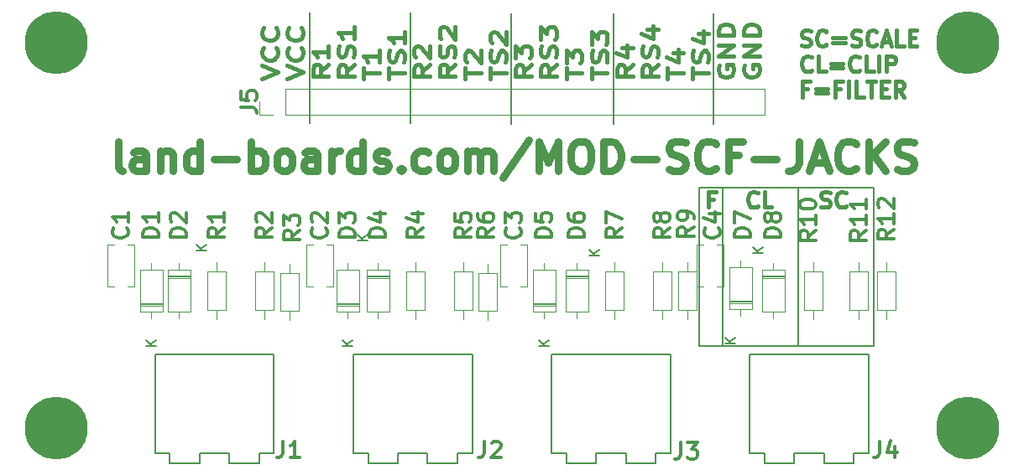
<source format=gto>
%TF.GenerationSoftware,KiCad,Pcbnew,(6.0.1)*%
%TF.CreationDate,2022-10-07T08:13:52-04:00*%
%TF.ProjectId,MOD-SCF-JACKS,4d4f442d-5343-4462-9d4a-41434b532e6b,rev?*%
%TF.SameCoordinates,Original*%
%TF.FileFunction,Legend,Top*%
%TF.FilePolarity,Positive*%
%FSLAX46Y46*%
G04 Gerber Fmt 4.6, Leading zero omitted, Abs format (unit mm)*
G04 Created by KiCad (PCBNEW (6.0.1)) date 2022-10-07 08:13:52*
%MOMM*%
%LPD*%
G01*
G04 APERTURE LIST*
%ADD10C,0.150000*%
%ADD11C,0.396875*%
%ADD12C,0.750000*%
%ADD13C,0.349250*%
%ADD14C,0.120000*%
%ADD15C,6.350000*%
G04 APERTURE END LIST*
D10*
X161290000Y-58674000D02*
X168910000Y-58674000D01*
X168910000Y-58674000D02*
X168910000Y-74676000D01*
X168910000Y-74676000D02*
X161290000Y-74676000D01*
X161290000Y-74676000D02*
X161290000Y-58674000D01*
X160324800Y-41097200D02*
X160324800Y-52273200D01*
X158877000Y-58674000D02*
X161290000Y-58674000D01*
X161290000Y-58674000D02*
X161290000Y-74676000D01*
X161290000Y-74676000D02*
X158877000Y-74676000D01*
X158877000Y-74676000D02*
X158877000Y-58674000D01*
X139954000Y-41046400D02*
X139954000Y-52222400D01*
X129794000Y-40995600D02*
X129794000Y-52171600D01*
X150266400Y-41046400D02*
X150266400Y-52222400D01*
X119634000Y-40995600D02*
X119634000Y-52171600D01*
X168910000Y-58674000D02*
X176530000Y-58674000D01*
X176530000Y-58674000D02*
X176530000Y-74676000D01*
X176530000Y-74676000D02*
X168910000Y-74676000D01*
X168910000Y-74676000D02*
X168910000Y-58674000D01*
D11*
X171189007Y-60586559D02*
X171415793Y-60662154D01*
X171793769Y-60662154D01*
X171944959Y-60586559D01*
X172020555Y-60510964D01*
X172096150Y-60359773D01*
X172096150Y-60208583D01*
X172020555Y-60057392D01*
X171944959Y-59981797D01*
X171793769Y-59906202D01*
X171491388Y-59830607D01*
X171340197Y-59755011D01*
X171264602Y-59679416D01*
X171189007Y-59528226D01*
X171189007Y-59377035D01*
X171264602Y-59225845D01*
X171340197Y-59150250D01*
X171491388Y-59074654D01*
X171869364Y-59074654D01*
X172096150Y-59150250D01*
X173683650Y-60510964D02*
X173608055Y-60586559D01*
X173381269Y-60662154D01*
X173230078Y-60662154D01*
X173003293Y-60586559D01*
X172852102Y-60435369D01*
X172776507Y-60284178D01*
X172700912Y-59981797D01*
X172700912Y-59755011D01*
X172776507Y-59452630D01*
X172852102Y-59301440D01*
X173003293Y-59150250D01*
X173230078Y-59074654D01*
X173381269Y-59074654D01*
X173608055Y-59150250D01*
X173683650Y-59225845D01*
X114803842Y-47684555D02*
X116391342Y-47017888D01*
X114803842Y-46351221D01*
X116240152Y-44541697D02*
X116315747Y-44636936D01*
X116391342Y-44922650D01*
X116391342Y-45113126D01*
X116315747Y-45398840D01*
X116164557Y-45589316D01*
X116013366Y-45684555D01*
X115710985Y-45779793D01*
X115484199Y-45779793D01*
X115181818Y-45684555D01*
X115030628Y-45589316D01*
X114879438Y-45398840D01*
X114803842Y-45113126D01*
X114803842Y-44922650D01*
X114879438Y-44636936D01*
X114955033Y-44541697D01*
X116240152Y-42541697D02*
X116315747Y-42636936D01*
X116391342Y-42922650D01*
X116391342Y-43113126D01*
X116315747Y-43398840D01*
X116164557Y-43589316D01*
X116013366Y-43684555D01*
X115710985Y-43779793D01*
X115484199Y-43779793D01*
X115181818Y-43684555D01*
X115030628Y-43589316D01*
X114879438Y-43398840D01*
X114803842Y-43113126D01*
X114803842Y-42922650D01*
X114879438Y-42636936D01*
X114955033Y-42541697D01*
X117359717Y-47684555D02*
X118947217Y-47017888D01*
X117359717Y-46351221D01*
X118796027Y-44541697D02*
X118871622Y-44636936D01*
X118947217Y-44922650D01*
X118947217Y-45113126D01*
X118871622Y-45398840D01*
X118720432Y-45589316D01*
X118569241Y-45684555D01*
X118266860Y-45779793D01*
X118040074Y-45779793D01*
X117737693Y-45684555D01*
X117586503Y-45589316D01*
X117435313Y-45398840D01*
X117359717Y-45113126D01*
X117359717Y-44922650D01*
X117435313Y-44636936D01*
X117510908Y-44541697D01*
X118796027Y-42541697D02*
X118871622Y-42636936D01*
X118947217Y-42922650D01*
X118947217Y-43113126D01*
X118871622Y-43398840D01*
X118720432Y-43589316D01*
X118569241Y-43684555D01*
X118266860Y-43779793D01*
X118040074Y-43779793D01*
X117737693Y-43684555D01*
X117586503Y-43589316D01*
X117435313Y-43398840D01*
X117359717Y-43113126D01*
X117359717Y-42922650D01*
X117435313Y-42636936D01*
X117510908Y-42541697D01*
X121503092Y-46255983D02*
X120747140Y-46922650D01*
X121503092Y-47398840D02*
X119915592Y-47398840D01*
X119915592Y-46636936D01*
X119991188Y-46446459D01*
X120066783Y-46351221D01*
X120217973Y-46255983D01*
X120444759Y-46255983D01*
X120595949Y-46351221D01*
X120671545Y-46446459D01*
X120747140Y-46636936D01*
X120747140Y-47398840D01*
X121503092Y-44351221D02*
X121503092Y-45494078D01*
X121503092Y-44922650D02*
X119915592Y-44922650D01*
X120142378Y-45113126D01*
X120293568Y-45303602D01*
X120369164Y-45494078D01*
X124058967Y-46255983D02*
X123303015Y-46922650D01*
X124058967Y-47398840D02*
X122471467Y-47398840D01*
X122471467Y-46636936D01*
X122547063Y-46446459D01*
X122622658Y-46351221D01*
X122773848Y-46255983D01*
X123000634Y-46255983D01*
X123151824Y-46351221D01*
X123227420Y-46446459D01*
X123303015Y-46636936D01*
X123303015Y-47398840D01*
X123983372Y-45494078D02*
X124058967Y-45208364D01*
X124058967Y-44732174D01*
X123983372Y-44541697D01*
X123907777Y-44446459D01*
X123756586Y-44351221D01*
X123605396Y-44351221D01*
X123454205Y-44446459D01*
X123378610Y-44541697D01*
X123303015Y-44732174D01*
X123227420Y-45113126D01*
X123151824Y-45303602D01*
X123076229Y-45398840D01*
X122925039Y-45494078D01*
X122773848Y-45494078D01*
X122622658Y-45398840D01*
X122547063Y-45303602D01*
X122471467Y-45113126D01*
X122471467Y-44636936D01*
X122547063Y-44351221D01*
X124058967Y-42446459D02*
X124058967Y-43589316D01*
X124058967Y-43017888D02*
X122471467Y-43017888D01*
X122698253Y-43208364D01*
X122849443Y-43398840D01*
X122925039Y-43589316D01*
X125027342Y-47684555D02*
X125027342Y-46541697D01*
X126614842Y-47113126D02*
X125027342Y-47113126D01*
X126614842Y-44827412D02*
X126614842Y-45970269D01*
X126614842Y-45398840D02*
X125027342Y-45398840D01*
X125254128Y-45589316D01*
X125405318Y-45779793D01*
X125480914Y-45970269D01*
X127583217Y-47684555D02*
X127583217Y-46541697D01*
X129170717Y-47113126D02*
X127583217Y-47113126D01*
X129095122Y-45970269D02*
X129170717Y-45684555D01*
X129170717Y-45208364D01*
X129095122Y-45017888D01*
X129019527Y-44922650D01*
X128868336Y-44827412D01*
X128717146Y-44827412D01*
X128565955Y-44922650D01*
X128490360Y-45017888D01*
X128414765Y-45208364D01*
X128339170Y-45589316D01*
X128263574Y-45779793D01*
X128187979Y-45875031D01*
X128036789Y-45970269D01*
X127885598Y-45970269D01*
X127734408Y-45875031D01*
X127658813Y-45779793D01*
X127583217Y-45589316D01*
X127583217Y-45113126D01*
X127658813Y-44827412D01*
X129170717Y-42922650D02*
X129170717Y-44065507D01*
X129170717Y-43494078D02*
X127583217Y-43494078D01*
X127810003Y-43684555D01*
X127961193Y-43875031D01*
X128036789Y-44065507D01*
X131726592Y-46255983D02*
X130970640Y-46922650D01*
X131726592Y-47398840D02*
X130139092Y-47398840D01*
X130139092Y-46636936D01*
X130214688Y-46446459D01*
X130290283Y-46351221D01*
X130441473Y-46255983D01*
X130668259Y-46255983D01*
X130819449Y-46351221D01*
X130895045Y-46446459D01*
X130970640Y-46636936D01*
X130970640Y-47398840D01*
X130290283Y-45494078D02*
X130214688Y-45398840D01*
X130139092Y-45208364D01*
X130139092Y-44732174D01*
X130214688Y-44541697D01*
X130290283Y-44446459D01*
X130441473Y-44351221D01*
X130592664Y-44351221D01*
X130819449Y-44446459D01*
X131726592Y-45589316D01*
X131726592Y-44351221D01*
X134282467Y-46255983D02*
X133526515Y-46922650D01*
X134282467Y-47398840D02*
X132694967Y-47398840D01*
X132694967Y-46636936D01*
X132770563Y-46446459D01*
X132846158Y-46351221D01*
X132997348Y-46255983D01*
X133224134Y-46255983D01*
X133375324Y-46351221D01*
X133450920Y-46446459D01*
X133526515Y-46636936D01*
X133526515Y-47398840D01*
X134206872Y-45494078D02*
X134282467Y-45208364D01*
X134282467Y-44732174D01*
X134206872Y-44541697D01*
X134131277Y-44446459D01*
X133980086Y-44351221D01*
X133828896Y-44351221D01*
X133677705Y-44446459D01*
X133602110Y-44541697D01*
X133526515Y-44732174D01*
X133450920Y-45113126D01*
X133375324Y-45303602D01*
X133299729Y-45398840D01*
X133148539Y-45494078D01*
X132997348Y-45494078D01*
X132846158Y-45398840D01*
X132770563Y-45303602D01*
X132694967Y-45113126D01*
X132694967Y-44636936D01*
X132770563Y-44351221D01*
X132846158Y-43589316D02*
X132770563Y-43494078D01*
X132694967Y-43303602D01*
X132694967Y-42827412D01*
X132770563Y-42636936D01*
X132846158Y-42541697D01*
X132997348Y-42446459D01*
X133148539Y-42446459D01*
X133375324Y-42541697D01*
X134282467Y-43684555D01*
X134282467Y-42446459D01*
X135250842Y-47684555D02*
X135250842Y-46541697D01*
X136838342Y-47113126D02*
X135250842Y-47113126D01*
X135402033Y-45970269D02*
X135326438Y-45875031D01*
X135250842Y-45684555D01*
X135250842Y-45208364D01*
X135326438Y-45017888D01*
X135402033Y-44922650D01*
X135553223Y-44827412D01*
X135704414Y-44827412D01*
X135931199Y-44922650D01*
X136838342Y-46065507D01*
X136838342Y-44827412D01*
X137806717Y-47684555D02*
X137806717Y-46541697D01*
X139394217Y-47113126D02*
X137806717Y-47113126D01*
X139318622Y-45970269D02*
X139394217Y-45684555D01*
X139394217Y-45208364D01*
X139318622Y-45017888D01*
X139243027Y-44922650D01*
X139091836Y-44827412D01*
X138940646Y-44827412D01*
X138789455Y-44922650D01*
X138713860Y-45017888D01*
X138638265Y-45208364D01*
X138562670Y-45589316D01*
X138487074Y-45779793D01*
X138411479Y-45875031D01*
X138260289Y-45970269D01*
X138109098Y-45970269D01*
X137957908Y-45875031D01*
X137882313Y-45779793D01*
X137806717Y-45589316D01*
X137806717Y-45113126D01*
X137882313Y-44827412D01*
X137957908Y-44065507D02*
X137882313Y-43970269D01*
X137806717Y-43779793D01*
X137806717Y-43303602D01*
X137882313Y-43113126D01*
X137957908Y-43017888D01*
X138109098Y-42922650D01*
X138260289Y-42922650D01*
X138487074Y-43017888D01*
X139394217Y-44160745D01*
X139394217Y-42922650D01*
X141950092Y-46255983D02*
X141194140Y-46922650D01*
X141950092Y-47398840D02*
X140362592Y-47398840D01*
X140362592Y-46636936D01*
X140438188Y-46446459D01*
X140513783Y-46351221D01*
X140664973Y-46255983D01*
X140891759Y-46255983D01*
X141042949Y-46351221D01*
X141118545Y-46446459D01*
X141194140Y-46636936D01*
X141194140Y-47398840D01*
X140362592Y-45589316D02*
X140362592Y-44351221D01*
X140967354Y-45017888D01*
X140967354Y-44732174D01*
X141042949Y-44541697D01*
X141118545Y-44446459D01*
X141269735Y-44351221D01*
X141647711Y-44351221D01*
X141798902Y-44446459D01*
X141874497Y-44541697D01*
X141950092Y-44732174D01*
X141950092Y-45303602D01*
X141874497Y-45494078D01*
X141798902Y-45589316D01*
X144505967Y-46255983D02*
X143750015Y-46922650D01*
X144505967Y-47398840D02*
X142918467Y-47398840D01*
X142918467Y-46636936D01*
X142994063Y-46446459D01*
X143069658Y-46351221D01*
X143220848Y-46255983D01*
X143447634Y-46255983D01*
X143598824Y-46351221D01*
X143674420Y-46446459D01*
X143750015Y-46636936D01*
X143750015Y-47398840D01*
X144430372Y-45494078D02*
X144505967Y-45208364D01*
X144505967Y-44732174D01*
X144430372Y-44541697D01*
X144354777Y-44446459D01*
X144203586Y-44351221D01*
X144052396Y-44351221D01*
X143901205Y-44446459D01*
X143825610Y-44541697D01*
X143750015Y-44732174D01*
X143674420Y-45113126D01*
X143598824Y-45303602D01*
X143523229Y-45398840D01*
X143372039Y-45494078D01*
X143220848Y-45494078D01*
X143069658Y-45398840D01*
X142994063Y-45303602D01*
X142918467Y-45113126D01*
X142918467Y-44636936D01*
X142994063Y-44351221D01*
X142918467Y-43684555D02*
X142918467Y-42446459D01*
X143523229Y-43113126D01*
X143523229Y-42827412D01*
X143598824Y-42636936D01*
X143674420Y-42541697D01*
X143825610Y-42446459D01*
X144203586Y-42446459D01*
X144354777Y-42541697D01*
X144430372Y-42636936D01*
X144505967Y-42827412D01*
X144505967Y-43398840D01*
X144430372Y-43589316D01*
X144354777Y-43684555D01*
X145474342Y-47684555D02*
X145474342Y-46541697D01*
X147061842Y-47113126D02*
X145474342Y-47113126D01*
X145474342Y-46065507D02*
X145474342Y-44827412D01*
X146079104Y-45494078D01*
X146079104Y-45208364D01*
X146154699Y-45017888D01*
X146230295Y-44922650D01*
X146381485Y-44827412D01*
X146759461Y-44827412D01*
X146910652Y-44922650D01*
X146986247Y-45017888D01*
X147061842Y-45208364D01*
X147061842Y-45779793D01*
X146986247Y-45970269D01*
X146910652Y-46065507D01*
X148030217Y-47684555D02*
X148030217Y-46541697D01*
X149617717Y-47113126D02*
X148030217Y-47113126D01*
X149542122Y-45970269D02*
X149617717Y-45684555D01*
X149617717Y-45208364D01*
X149542122Y-45017888D01*
X149466527Y-44922650D01*
X149315336Y-44827412D01*
X149164146Y-44827412D01*
X149012955Y-44922650D01*
X148937360Y-45017888D01*
X148861765Y-45208364D01*
X148786170Y-45589316D01*
X148710574Y-45779793D01*
X148634979Y-45875031D01*
X148483789Y-45970269D01*
X148332598Y-45970269D01*
X148181408Y-45875031D01*
X148105813Y-45779793D01*
X148030217Y-45589316D01*
X148030217Y-45113126D01*
X148105813Y-44827412D01*
X148030217Y-44160745D02*
X148030217Y-42922650D01*
X148634979Y-43589316D01*
X148634979Y-43303602D01*
X148710574Y-43113126D01*
X148786170Y-43017888D01*
X148937360Y-42922650D01*
X149315336Y-42922650D01*
X149466527Y-43017888D01*
X149542122Y-43113126D01*
X149617717Y-43303602D01*
X149617717Y-43875031D01*
X149542122Y-44065507D01*
X149466527Y-44160745D01*
X152173592Y-46255983D02*
X151417640Y-46922650D01*
X152173592Y-47398840D02*
X150586092Y-47398840D01*
X150586092Y-46636936D01*
X150661688Y-46446459D01*
X150737283Y-46351221D01*
X150888473Y-46255983D01*
X151115259Y-46255983D01*
X151266449Y-46351221D01*
X151342045Y-46446459D01*
X151417640Y-46636936D01*
X151417640Y-47398840D01*
X151115259Y-44541697D02*
X152173592Y-44541697D01*
X150510497Y-45017888D02*
X151644426Y-45494078D01*
X151644426Y-44255983D01*
X154729467Y-46255983D02*
X153973515Y-46922650D01*
X154729467Y-47398840D02*
X153141967Y-47398840D01*
X153141967Y-46636936D01*
X153217563Y-46446459D01*
X153293158Y-46351221D01*
X153444348Y-46255983D01*
X153671134Y-46255983D01*
X153822324Y-46351221D01*
X153897920Y-46446459D01*
X153973515Y-46636936D01*
X153973515Y-47398840D01*
X154653872Y-45494078D02*
X154729467Y-45208364D01*
X154729467Y-44732174D01*
X154653872Y-44541697D01*
X154578277Y-44446459D01*
X154427086Y-44351221D01*
X154275896Y-44351221D01*
X154124705Y-44446459D01*
X154049110Y-44541697D01*
X153973515Y-44732174D01*
X153897920Y-45113126D01*
X153822324Y-45303602D01*
X153746729Y-45398840D01*
X153595539Y-45494078D01*
X153444348Y-45494078D01*
X153293158Y-45398840D01*
X153217563Y-45303602D01*
X153141967Y-45113126D01*
X153141967Y-44636936D01*
X153217563Y-44351221D01*
X153671134Y-42636936D02*
X154729467Y-42636936D01*
X153066372Y-43113126D02*
X154200301Y-43589316D01*
X154200301Y-42351221D01*
X155697842Y-47684555D02*
X155697842Y-46541697D01*
X157285342Y-47113126D02*
X155697842Y-47113126D01*
X156227009Y-45017888D02*
X157285342Y-45017888D01*
X155622247Y-45494078D02*
X156756176Y-45970269D01*
X156756176Y-44732174D01*
X158253717Y-47684555D02*
X158253717Y-46541697D01*
X159841217Y-47113126D02*
X158253717Y-47113126D01*
X159765622Y-45970269D02*
X159841217Y-45684555D01*
X159841217Y-45208364D01*
X159765622Y-45017888D01*
X159690027Y-44922650D01*
X159538836Y-44827412D01*
X159387646Y-44827412D01*
X159236455Y-44922650D01*
X159160860Y-45017888D01*
X159085265Y-45208364D01*
X159009670Y-45589316D01*
X158934074Y-45779793D01*
X158858479Y-45875031D01*
X158707289Y-45970269D01*
X158556098Y-45970269D01*
X158404908Y-45875031D01*
X158329313Y-45779793D01*
X158253717Y-45589316D01*
X158253717Y-45113126D01*
X158329313Y-44827412D01*
X158782884Y-43113126D02*
X159841217Y-43113126D01*
X158178122Y-43589316D02*
X159312051Y-44065507D01*
X159312051Y-42827412D01*
X160885188Y-46351221D02*
X160809592Y-46541697D01*
X160809592Y-46827412D01*
X160885188Y-47113126D01*
X161036378Y-47303602D01*
X161187568Y-47398840D01*
X161489949Y-47494078D01*
X161716735Y-47494078D01*
X162019116Y-47398840D01*
X162170307Y-47303602D01*
X162321497Y-47113126D01*
X162397092Y-46827412D01*
X162397092Y-46636936D01*
X162321497Y-46351221D01*
X162245902Y-46255983D01*
X161716735Y-46255983D01*
X161716735Y-46636936D01*
X162397092Y-45398840D02*
X160809592Y-45398840D01*
X162397092Y-44255983D01*
X160809592Y-44255983D01*
X162397092Y-43303602D02*
X160809592Y-43303602D01*
X160809592Y-42827412D01*
X160885188Y-42541697D01*
X161036378Y-42351221D01*
X161187568Y-42255983D01*
X161489949Y-42160745D01*
X161716735Y-42160745D01*
X162019116Y-42255983D01*
X162170307Y-42351221D01*
X162321497Y-42541697D01*
X162397092Y-42827412D01*
X162397092Y-43303602D01*
X163441063Y-46351221D02*
X163365467Y-46541697D01*
X163365467Y-46827412D01*
X163441063Y-47113126D01*
X163592253Y-47303602D01*
X163743443Y-47398840D01*
X164045824Y-47494078D01*
X164272610Y-47494078D01*
X164574991Y-47398840D01*
X164726182Y-47303602D01*
X164877372Y-47113126D01*
X164952967Y-46827412D01*
X164952967Y-46636936D01*
X164877372Y-46351221D01*
X164801777Y-46255983D01*
X164272610Y-46255983D01*
X164272610Y-46636936D01*
X164952967Y-45398840D02*
X163365467Y-45398840D01*
X164952967Y-44255983D01*
X163365467Y-44255983D01*
X164952967Y-43303602D02*
X163365467Y-43303602D01*
X163365467Y-42827412D01*
X163441063Y-42541697D01*
X163592253Y-42351221D01*
X163743443Y-42255983D01*
X164045824Y-42160745D01*
X164272610Y-42160745D01*
X164574991Y-42255983D01*
X164726182Y-42351221D01*
X164877372Y-42541697D01*
X164952967Y-42827412D01*
X164952967Y-43303602D01*
X164778531Y-60510964D02*
X164702936Y-60586559D01*
X164476150Y-60662154D01*
X164324959Y-60662154D01*
X164098174Y-60586559D01*
X163946983Y-60435369D01*
X163871388Y-60284178D01*
X163795793Y-59981797D01*
X163795793Y-59755011D01*
X163871388Y-59452630D01*
X163946983Y-59301440D01*
X164098174Y-59150250D01*
X164324959Y-59074654D01*
X164476150Y-59074654D01*
X164702936Y-59150250D01*
X164778531Y-59225845D01*
X166214840Y-60662154D02*
X165458888Y-60662154D01*
X165458888Y-59074654D01*
X160324459Y-59830607D02*
X159795293Y-59830607D01*
X159795293Y-60662154D02*
X159795293Y-59074654D01*
X160551245Y-59074654D01*
X169216349Y-44314684D02*
X169443135Y-44390279D01*
X169821111Y-44390279D01*
X169972302Y-44314684D01*
X170047897Y-44239089D01*
X170123492Y-44087898D01*
X170123492Y-43936708D01*
X170047897Y-43785517D01*
X169972302Y-43709922D01*
X169821111Y-43634327D01*
X169518730Y-43558732D01*
X169367540Y-43483136D01*
X169291944Y-43407541D01*
X169216349Y-43256351D01*
X169216349Y-43105160D01*
X169291944Y-42953970D01*
X169367540Y-42878375D01*
X169518730Y-42802779D01*
X169896706Y-42802779D01*
X170123492Y-42878375D01*
X171710992Y-44239089D02*
X171635397Y-44314684D01*
X171408611Y-44390279D01*
X171257421Y-44390279D01*
X171030635Y-44314684D01*
X170879444Y-44163494D01*
X170803849Y-44012303D01*
X170728254Y-43709922D01*
X170728254Y-43483136D01*
X170803849Y-43180755D01*
X170879444Y-43029565D01*
X171030635Y-42878375D01*
X171257421Y-42802779D01*
X171408611Y-42802779D01*
X171635397Y-42878375D01*
X171710992Y-42953970D01*
X172391349Y-43558732D02*
X173600873Y-43558732D01*
X173600873Y-44012303D02*
X172391349Y-44012303D01*
X174281230Y-44314684D02*
X174508016Y-44390279D01*
X174885992Y-44390279D01*
X175037183Y-44314684D01*
X175112778Y-44239089D01*
X175188373Y-44087898D01*
X175188373Y-43936708D01*
X175112778Y-43785517D01*
X175037183Y-43709922D01*
X174885992Y-43634327D01*
X174583611Y-43558732D01*
X174432421Y-43483136D01*
X174356825Y-43407541D01*
X174281230Y-43256351D01*
X174281230Y-43105160D01*
X174356825Y-42953970D01*
X174432421Y-42878375D01*
X174583611Y-42802779D01*
X174961587Y-42802779D01*
X175188373Y-42878375D01*
X176775873Y-44239089D02*
X176700278Y-44314684D01*
X176473492Y-44390279D01*
X176322302Y-44390279D01*
X176095516Y-44314684D01*
X175944325Y-44163494D01*
X175868730Y-44012303D01*
X175793135Y-43709922D01*
X175793135Y-43483136D01*
X175868730Y-43180755D01*
X175944325Y-43029565D01*
X176095516Y-42878375D01*
X176322302Y-42802779D01*
X176473492Y-42802779D01*
X176700278Y-42878375D01*
X176775873Y-42953970D01*
X177380635Y-43936708D02*
X178136587Y-43936708D01*
X177229444Y-44390279D02*
X177758611Y-42802779D01*
X178287778Y-44390279D01*
X179572897Y-44390279D02*
X178816944Y-44390279D01*
X178816944Y-42802779D01*
X180102063Y-43558732D02*
X180631230Y-43558732D01*
X180858016Y-44390279D02*
X180102063Y-44390279D01*
X180102063Y-42802779D01*
X180858016Y-42802779D01*
X170199087Y-46794964D02*
X170123492Y-46870559D01*
X169896706Y-46946154D01*
X169745516Y-46946154D01*
X169518730Y-46870559D01*
X169367540Y-46719369D01*
X169291944Y-46568178D01*
X169216349Y-46265797D01*
X169216349Y-46039011D01*
X169291944Y-45736630D01*
X169367540Y-45585440D01*
X169518730Y-45434250D01*
X169745516Y-45358654D01*
X169896706Y-45358654D01*
X170123492Y-45434250D01*
X170199087Y-45509845D01*
X171635397Y-46946154D02*
X170879444Y-46946154D01*
X170879444Y-45358654D01*
X172164563Y-46114607D02*
X173374087Y-46114607D01*
X173374087Y-46568178D02*
X172164563Y-46568178D01*
X175037183Y-46794964D02*
X174961587Y-46870559D01*
X174734802Y-46946154D01*
X174583611Y-46946154D01*
X174356825Y-46870559D01*
X174205635Y-46719369D01*
X174130040Y-46568178D01*
X174054444Y-46265797D01*
X174054444Y-46039011D01*
X174130040Y-45736630D01*
X174205635Y-45585440D01*
X174356825Y-45434250D01*
X174583611Y-45358654D01*
X174734802Y-45358654D01*
X174961587Y-45434250D01*
X175037183Y-45509845D01*
X176473492Y-46946154D02*
X175717540Y-46946154D01*
X175717540Y-45358654D01*
X177002659Y-46946154D02*
X177002659Y-45358654D01*
X177758611Y-46946154D02*
X177758611Y-45358654D01*
X178363373Y-45358654D01*
X178514563Y-45434250D01*
X178590159Y-45509845D01*
X178665754Y-45661035D01*
X178665754Y-45887821D01*
X178590159Y-46039011D01*
X178514563Y-46114607D01*
X178363373Y-46190202D01*
X177758611Y-46190202D01*
X169821111Y-48670482D02*
X169291944Y-48670482D01*
X169291944Y-49502029D02*
X169291944Y-47914529D01*
X170047897Y-47914529D01*
X170652659Y-48670482D02*
X171862183Y-48670482D01*
X171862183Y-49124053D02*
X170652659Y-49124053D01*
X173147302Y-48670482D02*
X172618135Y-48670482D01*
X172618135Y-49502029D02*
X172618135Y-47914529D01*
X173374087Y-47914529D01*
X173978849Y-49502029D02*
X173978849Y-47914529D01*
X175490754Y-49502029D02*
X174734802Y-49502029D01*
X174734802Y-47914529D01*
X175793135Y-47914529D02*
X176700278Y-47914529D01*
X176246706Y-49502029D02*
X176246706Y-47914529D01*
X177229444Y-48670482D02*
X177758611Y-48670482D01*
X177985397Y-49502029D02*
X177229444Y-49502029D01*
X177229444Y-47914529D01*
X177985397Y-47914529D01*
X179572897Y-49502029D02*
X179043730Y-48746077D01*
X178665754Y-49502029D02*
X178665754Y-47914529D01*
X179270516Y-47914529D01*
X179421706Y-47990125D01*
X179497302Y-48065720D01*
X179572897Y-48216910D01*
X179572897Y-48443696D01*
X179497302Y-48594886D01*
X179421706Y-48670482D01*
X179270516Y-48746077D01*
X178665754Y-48746077D01*
D12*
X100692156Y-56983142D02*
X100406441Y-56840285D01*
X100263584Y-56554571D01*
X100263584Y-53983143D01*
X103120726Y-56983142D02*
X103120726Y-55411714D01*
X102977869Y-55126000D01*
X102692155Y-54983143D01*
X102120727Y-54983143D01*
X101835012Y-55126000D01*
X103120726Y-56840285D02*
X102835012Y-56983142D01*
X102120727Y-56983142D01*
X101835012Y-56840285D01*
X101692155Y-56554571D01*
X101692155Y-56268856D01*
X101835012Y-55983142D01*
X102120727Y-55840285D01*
X102835012Y-55840285D01*
X103120726Y-55697428D01*
X104549297Y-54983143D02*
X104549297Y-56983142D01*
X104549297Y-55268857D02*
X104692154Y-55126000D01*
X104977868Y-54983143D01*
X105406440Y-54983143D01*
X105692154Y-55126000D01*
X105835011Y-55411714D01*
X105835011Y-56983142D01*
X108549296Y-56983142D02*
X108549296Y-53983143D01*
X108549296Y-56840285D02*
X108263582Y-56983142D01*
X107692153Y-56983142D01*
X107406439Y-56840285D01*
X107263582Y-56697428D01*
X107120725Y-56411714D01*
X107120725Y-55554571D01*
X107263582Y-55268857D01*
X107406439Y-55126000D01*
X107692153Y-54983143D01*
X108263582Y-54983143D01*
X108549296Y-55126000D01*
X109977867Y-55840285D02*
X112263580Y-55840285D01*
X113692151Y-56983142D02*
X113692151Y-53983143D01*
X113692151Y-55126000D02*
X113977865Y-54983143D01*
X114549294Y-54983143D01*
X114835008Y-55126000D01*
X114977865Y-55268857D01*
X115120722Y-55554571D01*
X115120722Y-56411714D01*
X114977865Y-56697428D01*
X114835008Y-56840285D01*
X114549294Y-56983142D01*
X113977865Y-56983142D01*
X113692151Y-56840285D01*
X116835007Y-56983142D02*
X116549293Y-56840285D01*
X116406436Y-56697428D01*
X116263579Y-56411714D01*
X116263579Y-55554571D01*
X116406436Y-55268857D01*
X116549293Y-55126000D01*
X116835007Y-54983143D01*
X117263579Y-54983143D01*
X117549293Y-55126000D01*
X117692150Y-55268857D01*
X117835007Y-55554571D01*
X117835007Y-56411714D01*
X117692150Y-56697428D01*
X117549293Y-56840285D01*
X117263579Y-56983142D01*
X116835007Y-56983142D01*
X120406435Y-56983142D02*
X120406435Y-55411714D01*
X120263578Y-55126000D01*
X119977863Y-54983143D01*
X119406435Y-54983143D01*
X119120721Y-55126000D01*
X120406435Y-56840285D02*
X120120721Y-56983142D01*
X119406435Y-56983142D01*
X119120721Y-56840285D01*
X118977864Y-56554571D01*
X118977864Y-56268856D01*
X119120721Y-55983142D01*
X119406435Y-55840285D01*
X120120721Y-55840285D01*
X120406435Y-55697428D01*
X121835006Y-56983142D02*
X121835006Y-54983143D01*
X121835006Y-55554571D02*
X121977863Y-55268857D01*
X122120720Y-55126000D01*
X122406434Y-54983143D01*
X122692148Y-54983143D01*
X124977862Y-56983142D02*
X124977862Y-53983143D01*
X124977862Y-56840285D02*
X124692148Y-56983142D01*
X124120719Y-56983142D01*
X123835005Y-56840285D01*
X123692148Y-56697428D01*
X123549291Y-56411714D01*
X123549291Y-55554571D01*
X123692148Y-55268857D01*
X123835005Y-55126000D01*
X124120719Y-54983143D01*
X124692148Y-54983143D01*
X124977862Y-55126000D01*
X126263576Y-56840285D02*
X126549290Y-56983142D01*
X127120718Y-56983142D01*
X127406432Y-56840285D01*
X127549289Y-56554571D01*
X127549289Y-56411714D01*
X127406432Y-56125999D01*
X127120718Y-55983142D01*
X126692147Y-55983142D01*
X126406433Y-55840285D01*
X126263576Y-55554571D01*
X126263576Y-55411714D01*
X126406433Y-55126000D01*
X126692147Y-54983143D01*
X127120718Y-54983143D01*
X127406432Y-55126000D01*
X128835003Y-56697428D02*
X128977860Y-56840285D01*
X128835003Y-56983142D01*
X128692146Y-56840285D01*
X128835003Y-56697428D01*
X128835003Y-56983142D01*
X131549288Y-56840285D02*
X131263574Y-56983142D01*
X130692146Y-56983142D01*
X130406431Y-56840285D01*
X130263574Y-56697428D01*
X130120717Y-56411714D01*
X130120717Y-55554571D01*
X130263574Y-55268857D01*
X130406431Y-55126000D01*
X130692146Y-54983143D01*
X131263574Y-54983143D01*
X131549288Y-55126000D01*
X133263573Y-56983142D02*
X132977859Y-56840285D01*
X132835002Y-56697428D01*
X132692145Y-56411714D01*
X132692145Y-55554571D01*
X132835002Y-55268857D01*
X132977859Y-55126000D01*
X133263573Y-54983143D01*
X133692145Y-54983143D01*
X133977859Y-55126000D01*
X134120716Y-55268857D01*
X134263573Y-55554571D01*
X134263573Y-56411714D01*
X134120716Y-56697428D01*
X133977859Y-56840285D01*
X133692145Y-56983142D01*
X133263573Y-56983142D01*
X135549287Y-56983142D02*
X135549287Y-54983143D01*
X135549287Y-55268857D02*
X135692144Y-55126000D01*
X135977858Y-54983143D01*
X136406429Y-54983143D01*
X136692144Y-55126000D01*
X136835001Y-55411714D01*
X136835001Y-56983142D01*
X136835001Y-55411714D02*
X136977858Y-55126000D01*
X137263572Y-54983143D01*
X137692143Y-54983143D01*
X137977857Y-55126000D01*
X138120715Y-55411714D01*
X138120715Y-56983142D01*
X141692142Y-53840286D02*
X139120714Y-57697427D01*
X142692142Y-56983142D02*
X142692142Y-53983143D01*
X143692141Y-56125999D01*
X144692141Y-53983143D01*
X144692141Y-56983142D01*
X146692140Y-53983143D02*
X147263569Y-53983143D01*
X147549283Y-54126000D01*
X147834997Y-54411714D01*
X147977854Y-54983143D01*
X147977854Y-55983142D01*
X147834997Y-56554571D01*
X147549283Y-56840285D01*
X147263569Y-56983142D01*
X146692140Y-56983142D01*
X146406426Y-56840285D01*
X146120712Y-56554571D01*
X145977855Y-55983142D01*
X145977855Y-54983143D01*
X146120712Y-54411714D01*
X146406426Y-54126000D01*
X146692140Y-53983143D01*
X149263568Y-56983142D02*
X149263568Y-53983143D01*
X149977853Y-53983143D01*
X150406425Y-54126000D01*
X150692139Y-54411714D01*
X150834996Y-54697428D01*
X150977853Y-55268857D01*
X150977853Y-55697428D01*
X150834996Y-56268856D01*
X150692139Y-56554571D01*
X150406425Y-56840285D01*
X149977853Y-56983142D01*
X149263568Y-56983142D01*
X152263567Y-55840285D02*
X154549280Y-55840285D01*
X155834994Y-56840285D02*
X156263566Y-56983142D01*
X156977851Y-56983142D01*
X157263565Y-56840285D01*
X157406422Y-56697428D01*
X157549279Y-56411714D01*
X157549279Y-56125999D01*
X157406422Y-55840285D01*
X157263565Y-55697428D01*
X156977851Y-55554571D01*
X156406423Y-55411714D01*
X156120709Y-55268857D01*
X155977851Y-55126000D01*
X155834994Y-54840285D01*
X155834994Y-54554571D01*
X155977851Y-54268857D01*
X156120709Y-54126000D01*
X156406423Y-53983143D01*
X157120708Y-53983143D01*
X157549279Y-54126000D01*
X160549278Y-56697428D02*
X160406421Y-56840285D01*
X159977850Y-56983142D01*
X159692136Y-56983142D01*
X159263565Y-56840285D01*
X158977850Y-56554571D01*
X158834993Y-56268856D01*
X158692136Y-55697428D01*
X158692136Y-55268857D01*
X158834993Y-54697428D01*
X158977850Y-54411714D01*
X159263565Y-54126000D01*
X159692136Y-53983143D01*
X159977850Y-53983143D01*
X160406421Y-54126000D01*
X160549278Y-54268857D01*
X162834992Y-55411714D02*
X161834992Y-55411714D01*
X161834992Y-56983142D02*
X161834992Y-53983143D01*
X163263563Y-53983143D01*
X164406420Y-55840285D02*
X166692134Y-55840285D01*
X168977847Y-53983143D02*
X168977847Y-56125999D01*
X168834990Y-56554571D01*
X168549276Y-56840285D01*
X168120705Y-56983142D01*
X167834990Y-56983142D01*
X170263561Y-56125999D02*
X171692132Y-56125999D01*
X169977847Y-56983142D02*
X170977846Y-53983143D01*
X171977846Y-56983142D01*
X174692131Y-56697428D02*
X174549274Y-56840285D01*
X174120703Y-56983142D01*
X173834988Y-56983142D01*
X173406417Y-56840285D01*
X173120703Y-56554571D01*
X172977846Y-56268856D01*
X172834989Y-55697428D01*
X172834989Y-55268857D01*
X172977846Y-54697428D01*
X173120703Y-54411714D01*
X173406417Y-54126000D01*
X173834988Y-53983143D01*
X174120703Y-53983143D01*
X174549274Y-54126000D01*
X174692131Y-54268857D01*
X175977845Y-56983142D02*
X175977845Y-53983143D01*
X177692130Y-56983142D02*
X176406416Y-55268857D01*
X177692130Y-53983143D02*
X175977845Y-55697428D01*
X178834987Y-56840285D02*
X179263558Y-56983142D01*
X179977843Y-56983142D01*
X180263558Y-56840285D01*
X180406415Y-56697428D01*
X180549272Y-56411714D01*
X180549272Y-56125999D01*
X180406415Y-55840285D01*
X180263558Y-55697428D01*
X179977843Y-55554571D01*
X179406415Y-55411714D01*
X179120701Y-55268857D01*
X178977844Y-55126000D01*
X178834987Y-54840285D01*
X178834987Y-54554571D01*
X178977844Y-54268857D01*
X179120701Y-54126000D01*
X179406415Y-53983143D01*
X180120701Y-53983143D01*
X180549272Y-54126000D01*
D13*
%TO.C,R12*%
X178546880Y-62910357D02*
X177760690Y-63460690D01*
X178546880Y-63853785D02*
X176895880Y-63853785D01*
X176895880Y-63224833D01*
X176974500Y-63067595D01*
X177053119Y-62988976D01*
X177210357Y-62910357D01*
X177446214Y-62910357D01*
X177603452Y-62988976D01*
X177682071Y-63067595D01*
X177760690Y-63224833D01*
X177760690Y-63853785D01*
X178546880Y-61337976D02*
X178546880Y-62281404D01*
X178546880Y-61809690D02*
X176895880Y-61809690D01*
X177131738Y-61966928D01*
X177288976Y-62124166D01*
X177367595Y-62281404D01*
X177053119Y-60709023D02*
X176974500Y-60630404D01*
X176895880Y-60473166D01*
X176895880Y-60080071D01*
X176974500Y-59922833D01*
X177053119Y-59844214D01*
X177210357Y-59765595D01*
X177367595Y-59765595D01*
X177603452Y-59844214D01*
X178546880Y-60787642D01*
X178546880Y-59765595D01*
%TO.C,R9*%
X158353880Y-62632166D02*
X157567690Y-63182500D01*
X158353880Y-63575595D02*
X156702880Y-63575595D01*
X156702880Y-62946642D01*
X156781500Y-62789404D01*
X156860119Y-62710785D01*
X157017357Y-62632166D01*
X157253214Y-62632166D01*
X157410452Y-62710785D01*
X157489071Y-62789404D01*
X157567690Y-62946642D01*
X157567690Y-63575595D01*
X158353880Y-61845976D02*
X158353880Y-61531500D01*
X158275261Y-61374261D01*
X158196642Y-61295642D01*
X157960785Y-61138404D01*
X157646309Y-61059785D01*
X157017357Y-61059785D01*
X156860119Y-61138404D01*
X156781500Y-61217023D01*
X156702880Y-61374261D01*
X156702880Y-61688738D01*
X156781500Y-61845976D01*
X156860119Y-61924595D01*
X157017357Y-62003214D01*
X157410452Y-62003214D01*
X157567690Y-61924595D01*
X157646309Y-61845976D01*
X157724928Y-61688738D01*
X157724928Y-61374261D01*
X157646309Y-61217023D01*
X157567690Y-61138404D01*
X157410452Y-61059785D01*
%TO.C,R6*%
X138160880Y-62759166D02*
X137374690Y-63309500D01*
X138160880Y-63702595D02*
X136509880Y-63702595D01*
X136509880Y-63073642D01*
X136588500Y-62916404D01*
X136667119Y-62837785D01*
X136824357Y-62759166D01*
X137060214Y-62759166D01*
X137217452Y-62837785D01*
X137296071Y-62916404D01*
X137374690Y-63073642D01*
X137374690Y-63702595D01*
X136509880Y-61344023D02*
X136509880Y-61658500D01*
X136588500Y-61815738D01*
X136667119Y-61894357D01*
X136902976Y-62051595D01*
X137217452Y-62130214D01*
X137846404Y-62130214D01*
X138003642Y-62051595D01*
X138082261Y-61972976D01*
X138160880Y-61815738D01*
X138160880Y-61501261D01*
X138082261Y-61344023D01*
X138003642Y-61265404D01*
X137846404Y-61186785D01*
X137453309Y-61186785D01*
X137296071Y-61265404D01*
X137217452Y-61344023D01*
X137138833Y-61501261D01*
X137138833Y-61815738D01*
X137217452Y-61972976D01*
X137296071Y-62051595D01*
X137453309Y-62130214D01*
%TO.C,R3*%
X118602880Y-63013166D02*
X117816690Y-63563500D01*
X118602880Y-63956595D02*
X116951880Y-63956595D01*
X116951880Y-63327642D01*
X117030500Y-63170404D01*
X117109119Y-63091785D01*
X117266357Y-63013166D01*
X117502214Y-63013166D01*
X117659452Y-63091785D01*
X117738071Y-63170404D01*
X117816690Y-63327642D01*
X117816690Y-63956595D01*
X116951880Y-62462833D02*
X116951880Y-61440785D01*
X117580833Y-61991119D01*
X117580833Y-61755261D01*
X117659452Y-61598023D01*
X117738071Y-61519404D01*
X117895309Y-61440785D01*
X118288404Y-61440785D01*
X118445642Y-61519404D01*
X118524261Y-61598023D01*
X118602880Y-61755261D01*
X118602880Y-62226976D01*
X118524261Y-62384214D01*
X118445642Y-62462833D01*
%TO.C,R10*%
X170672880Y-63037357D02*
X169886690Y-63587690D01*
X170672880Y-63980785D02*
X169021880Y-63980785D01*
X169021880Y-63351833D01*
X169100500Y-63194595D01*
X169179119Y-63115976D01*
X169336357Y-63037357D01*
X169572214Y-63037357D01*
X169729452Y-63115976D01*
X169808071Y-63194595D01*
X169886690Y-63351833D01*
X169886690Y-63980785D01*
X170672880Y-61464976D02*
X170672880Y-62408404D01*
X170672880Y-61936690D02*
X169021880Y-61936690D01*
X169257738Y-62093928D01*
X169414976Y-62251166D01*
X169493595Y-62408404D01*
X169021880Y-60442928D02*
X169021880Y-60285690D01*
X169100500Y-60128452D01*
X169179119Y-60049833D01*
X169336357Y-59971214D01*
X169650833Y-59892595D01*
X170043928Y-59892595D01*
X170358404Y-59971214D01*
X170515642Y-60049833D01*
X170594261Y-60128452D01*
X170672880Y-60285690D01*
X170672880Y-60442928D01*
X170594261Y-60600166D01*
X170515642Y-60678785D01*
X170358404Y-60757404D01*
X170043928Y-60836023D01*
X169650833Y-60836023D01*
X169336357Y-60757404D01*
X169179119Y-60678785D01*
X169100500Y-60600166D01*
X169021880Y-60442928D01*
%TO.C,J2*%
X137244666Y-84312880D02*
X137244666Y-85492166D01*
X137166047Y-85728023D01*
X137008809Y-85885261D01*
X136772952Y-85963880D01*
X136615714Y-85963880D01*
X137952238Y-84470119D02*
X138030857Y-84391500D01*
X138188095Y-84312880D01*
X138581190Y-84312880D01*
X138738428Y-84391500D01*
X138817047Y-84470119D01*
X138895666Y-84627357D01*
X138895666Y-84784595D01*
X138817047Y-85020452D01*
X137873619Y-85963880D01*
X138895666Y-85963880D01*
%TO.C,D8*%
X167116880Y-63702595D02*
X165465880Y-63702595D01*
X165465880Y-63309500D01*
X165544500Y-63073642D01*
X165701738Y-62916404D01*
X165858976Y-62837785D01*
X166173452Y-62759166D01*
X166409309Y-62759166D01*
X166723785Y-62837785D01*
X166881023Y-62916404D01*
X167038261Y-63073642D01*
X167116880Y-63309500D01*
X167116880Y-63702595D01*
X166173452Y-61815738D02*
X166094833Y-61972976D01*
X166016214Y-62051595D01*
X165858976Y-62130214D01*
X165780357Y-62130214D01*
X165623119Y-62051595D01*
X165544500Y-61972976D01*
X165465880Y-61815738D01*
X165465880Y-61501261D01*
X165544500Y-61344023D01*
X165623119Y-61265404D01*
X165780357Y-61186785D01*
X165858976Y-61186785D01*
X166016214Y-61265404D01*
X166094833Y-61344023D01*
X166173452Y-61501261D01*
X166173452Y-61815738D01*
X166252071Y-61972976D01*
X166330690Y-62051595D01*
X166487928Y-62130214D01*
X166802404Y-62130214D01*
X166959642Y-62051595D01*
X167038261Y-61972976D01*
X167116880Y-61815738D01*
X167116880Y-61501261D01*
X167038261Y-61344023D01*
X166959642Y-61265404D01*
X166802404Y-61186785D01*
X166487928Y-61186785D01*
X166330690Y-61265404D01*
X166252071Y-61344023D01*
X166173452Y-61501261D01*
D10*
X165298380Y-65285904D02*
X164298380Y-65285904D01*
X165298380Y-64714476D02*
X164726952Y-65143047D01*
X164298380Y-64714476D02*
X164869809Y-65285904D01*
D13*
%TO.C,R2*%
X115808880Y-62759166D02*
X115022690Y-63309500D01*
X115808880Y-63702595D02*
X114157880Y-63702595D01*
X114157880Y-63073642D01*
X114236500Y-62916404D01*
X114315119Y-62837785D01*
X114472357Y-62759166D01*
X114708214Y-62759166D01*
X114865452Y-62837785D01*
X114944071Y-62916404D01*
X115022690Y-63073642D01*
X115022690Y-63702595D01*
X114315119Y-62130214D02*
X114236500Y-62051595D01*
X114157880Y-61894357D01*
X114157880Y-61501261D01*
X114236500Y-61344023D01*
X114315119Y-61265404D01*
X114472357Y-61186785D01*
X114629595Y-61186785D01*
X114865452Y-61265404D01*
X115808880Y-62208833D01*
X115808880Y-61186785D01*
%TO.C,D7*%
X164068880Y-63702595D02*
X162417880Y-63702595D01*
X162417880Y-63309500D01*
X162496500Y-63073642D01*
X162653738Y-62916404D01*
X162810976Y-62837785D01*
X163125452Y-62759166D01*
X163361309Y-62759166D01*
X163675785Y-62837785D01*
X163833023Y-62916404D01*
X163990261Y-63073642D01*
X164068880Y-63309500D01*
X164068880Y-63702595D01*
X162417880Y-62208833D02*
X162417880Y-61108166D01*
X164068880Y-61815738D01*
D10*
X162504380Y-74429904D02*
X161504380Y-74429904D01*
X162504380Y-73858476D02*
X161932952Y-74287047D01*
X161504380Y-73858476D02*
X162075809Y-74429904D01*
D13*
%TO.C,R8*%
X155940880Y-62759166D02*
X155154690Y-63309500D01*
X155940880Y-63702595D02*
X154289880Y-63702595D01*
X154289880Y-63073642D01*
X154368500Y-62916404D01*
X154447119Y-62837785D01*
X154604357Y-62759166D01*
X154840214Y-62759166D01*
X154997452Y-62837785D01*
X155076071Y-62916404D01*
X155154690Y-63073642D01*
X155154690Y-63702595D01*
X154997452Y-61815738D02*
X154918833Y-61972976D01*
X154840214Y-62051595D01*
X154682976Y-62130214D01*
X154604357Y-62130214D01*
X154447119Y-62051595D01*
X154368500Y-61972976D01*
X154289880Y-61815738D01*
X154289880Y-61501261D01*
X154368500Y-61344023D01*
X154447119Y-61265404D01*
X154604357Y-61186785D01*
X154682976Y-61186785D01*
X154840214Y-61265404D01*
X154918833Y-61344023D01*
X154997452Y-61501261D01*
X154997452Y-61815738D01*
X155076071Y-61972976D01*
X155154690Y-62051595D01*
X155311928Y-62130214D01*
X155626404Y-62130214D01*
X155783642Y-62051595D01*
X155862261Y-61972976D01*
X155940880Y-61815738D01*
X155940880Y-61501261D01*
X155862261Y-61344023D01*
X155783642Y-61265404D01*
X155626404Y-61186785D01*
X155311928Y-61186785D01*
X155154690Y-61265404D01*
X155076071Y-61344023D01*
X154997452Y-61501261D01*
%TO.C,D2*%
X107172880Y-63702595D02*
X105521880Y-63702595D01*
X105521880Y-63309500D01*
X105600500Y-63073642D01*
X105757738Y-62916404D01*
X105914976Y-62837785D01*
X106229452Y-62759166D01*
X106465309Y-62759166D01*
X106779785Y-62837785D01*
X106937023Y-62916404D01*
X107094261Y-63073642D01*
X107172880Y-63309500D01*
X107172880Y-63702595D01*
X105679119Y-62130214D02*
X105600500Y-62051595D01*
X105521880Y-61894357D01*
X105521880Y-61501261D01*
X105600500Y-61344023D01*
X105679119Y-61265404D01*
X105836357Y-61186785D01*
X105993595Y-61186785D01*
X106229452Y-61265404D01*
X107172880Y-62208833D01*
X107172880Y-61186785D01*
D10*
X109164380Y-65031904D02*
X108164380Y-65031904D01*
X109164380Y-64460476D02*
X108592952Y-64889047D01*
X108164380Y-64460476D02*
X108735809Y-65031904D01*
D13*
%TO.C,C3*%
X140797642Y-62759166D02*
X140876261Y-62837785D01*
X140954880Y-63073642D01*
X140954880Y-63230880D01*
X140876261Y-63466738D01*
X140719023Y-63623976D01*
X140561785Y-63702595D01*
X140247309Y-63781214D01*
X140011452Y-63781214D01*
X139696976Y-63702595D01*
X139539738Y-63623976D01*
X139382500Y-63466738D01*
X139303880Y-63230880D01*
X139303880Y-63073642D01*
X139382500Y-62837785D01*
X139461119Y-62759166D01*
X139303880Y-62208833D02*
X139303880Y-61186785D01*
X139932833Y-61737119D01*
X139932833Y-61501261D01*
X140011452Y-61344023D01*
X140090071Y-61265404D01*
X140247309Y-61186785D01*
X140640404Y-61186785D01*
X140797642Y-61265404D01*
X140876261Y-61344023D01*
X140954880Y-61501261D01*
X140954880Y-61972976D01*
X140876261Y-62130214D01*
X140797642Y-62208833D01*
%TO.C,D3*%
X124190880Y-63702595D02*
X122539880Y-63702595D01*
X122539880Y-63309500D01*
X122618500Y-63073642D01*
X122775738Y-62916404D01*
X122932976Y-62837785D01*
X123247452Y-62759166D01*
X123483309Y-62759166D01*
X123797785Y-62837785D01*
X123955023Y-62916404D01*
X124112261Y-63073642D01*
X124190880Y-63309500D01*
X124190880Y-63702595D01*
X122539880Y-62208833D02*
X122539880Y-61186785D01*
X123168833Y-61737119D01*
X123168833Y-61501261D01*
X123247452Y-61344023D01*
X123326071Y-61265404D01*
X123483309Y-61186785D01*
X123876404Y-61186785D01*
X124033642Y-61265404D01*
X124112261Y-61344023D01*
X124190880Y-61501261D01*
X124190880Y-61972976D01*
X124112261Y-62130214D01*
X124033642Y-62208833D01*
D10*
X123896380Y-74683904D02*
X122896380Y-74683904D01*
X123896380Y-74112476D02*
X123324952Y-74541047D01*
X122896380Y-74112476D02*
X123467809Y-74683904D01*
D13*
%TO.C,D1*%
X104378880Y-63702595D02*
X102727880Y-63702595D01*
X102727880Y-63309500D01*
X102806500Y-63073642D01*
X102963738Y-62916404D01*
X103120976Y-62837785D01*
X103435452Y-62759166D01*
X103671309Y-62759166D01*
X103985785Y-62837785D01*
X104143023Y-62916404D01*
X104300261Y-63073642D01*
X104378880Y-63309500D01*
X104378880Y-63702595D01*
X104378880Y-61186785D02*
X104378880Y-62130214D01*
X104378880Y-61658500D02*
X102727880Y-61658500D01*
X102963738Y-61815738D01*
X103120976Y-61972976D01*
X103199595Y-62130214D01*
D10*
X104084380Y-74683904D02*
X103084380Y-74683904D01*
X104084380Y-74112476D02*
X103512952Y-74541047D01*
X103084380Y-74112476D02*
X103655809Y-74683904D01*
D13*
%TO.C,D5*%
X144002880Y-63702595D02*
X142351880Y-63702595D01*
X142351880Y-63309500D01*
X142430500Y-63073642D01*
X142587738Y-62916404D01*
X142744976Y-62837785D01*
X143059452Y-62759166D01*
X143295309Y-62759166D01*
X143609785Y-62837785D01*
X143767023Y-62916404D01*
X143924261Y-63073642D01*
X144002880Y-63309500D01*
X144002880Y-63702595D01*
X142351880Y-61265404D02*
X142351880Y-62051595D01*
X143138071Y-62130214D01*
X143059452Y-62051595D01*
X142980833Y-61894357D01*
X142980833Y-61501261D01*
X143059452Y-61344023D01*
X143138071Y-61265404D01*
X143295309Y-61186785D01*
X143688404Y-61186785D01*
X143845642Y-61265404D01*
X143924261Y-61344023D01*
X144002880Y-61501261D01*
X144002880Y-61894357D01*
X143924261Y-62051595D01*
X143845642Y-62130214D01*
D10*
X143708380Y-74683904D02*
X142708380Y-74683904D01*
X143708380Y-74112476D02*
X143136952Y-74541047D01*
X142708380Y-74112476D02*
X143279809Y-74683904D01*
D13*
%TO.C,D4*%
X127238880Y-63702595D02*
X125587880Y-63702595D01*
X125587880Y-63309500D01*
X125666500Y-63073642D01*
X125823738Y-62916404D01*
X125980976Y-62837785D01*
X126295452Y-62759166D01*
X126531309Y-62759166D01*
X126845785Y-62837785D01*
X127003023Y-62916404D01*
X127160261Y-63073642D01*
X127238880Y-63309500D01*
X127238880Y-63702595D01*
X126138214Y-61344023D02*
X127238880Y-61344023D01*
X125509261Y-61737119D02*
X126688547Y-62130214D01*
X126688547Y-61108166D01*
D10*
X125420380Y-64015904D02*
X124420380Y-64015904D01*
X125420380Y-63444476D02*
X124848952Y-63873047D01*
X124420380Y-63444476D02*
X124991809Y-64015904D01*
D13*
%TO.C,D6*%
X147304880Y-63702595D02*
X145653880Y-63702595D01*
X145653880Y-63309500D01*
X145732500Y-63073642D01*
X145889738Y-62916404D01*
X146046976Y-62837785D01*
X146361452Y-62759166D01*
X146597309Y-62759166D01*
X146911785Y-62837785D01*
X147069023Y-62916404D01*
X147226261Y-63073642D01*
X147304880Y-63309500D01*
X147304880Y-63702595D01*
X145653880Y-61344023D02*
X145653880Y-61658500D01*
X145732500Y-61815738D01*
X145811119Y-61894357D01*
X146046976Y-62051595D01*
X146361452Y-62130214D01*
X146990404Y-62130214D01*
X147147642Y-62051595D01*
X147226261Y-61972976D01*
X147304880Y-61815738D01*
X147304880Y-61501261D01*
X147226261Y-61344023D01*
X147147642Y-61265404D01*
X146990404Y-61186785D01*
X146597309Y-61186785D01*
X146440071Y-61265404D01*
X146361452Y-61344023D01*
X146282833Y-61501261D01*
X146282833Y-61815738D01*
X146361452Y-61972976D01*
X146440071Y-62051595D01*
X146597309Y-62130214D01*
D10*
X148810380Y-65539904D02*
X147810380Y-65539904D01*
X148810380Y-64968476D02*
X148238952Y-65397047D01*
X147810380Y-64968476D02*
X148381809Y-65539904D01*
D13*
%TO.C,R4*%
X131048880Y-62759166D02*
X130262690Y-63309500D01*
X131048880Y-63702595D02*
X129397880Y-63702595D01*
X129397880Y-63073642D01*
X129476500Y-62916404D01*
X129555119Y-62837785D01*
X129712357Y-62759166D01*
X129948214Y-62759166D01*
X130105452Y-62837785D01*
X130184071Y-62916404D01*
X130262690Y-63073642D01*
X130262690Y-63702595D01*
X129948214Y-61344023D02*
X131048880Y-61344023D01*
X129319261Y-61737119D02*
X130498547Y-62130214D01*
X130498547Y-61108166D01*
%TO.C,J4*%
X177122666Y-84312880D02*
X177122666Y-85492166D01*
X177044047Y-85728023D01*
X176886809Y-85885261D01*
X176650952Y-85963880D01*
X176493714Y-85963880D01*
X178616428Y-84863214D02*
X178616428Y-85963880D01*
X178223333Y-84234261D02*
X177830238Y-85413547D01*
X178852285Y-85413547D01*
%TO.C,J5*%
X112640880Y-50550333D02*
X113820166Y-50550333D01*
X114056023Y-50628952D01*
X114213261Y-50786190D01*
X114291880Y-51022047D01*
X114291880Y-51179285D01*
X112640880Y-48977952D02*
X112640880Y-49764142D01*
X113427071Y-49842761D01*
X113348452Y-49764142D01*
X113269833Y-49606904D01*
X113269833Y-49213809D01*
X113348452Y-49056571D01*
X113427071Y-48977952D01*
X113584309Y-48899333D01*
X113977404Y-48899333D01*
X114134642Y-48977952D01*
X114213261Y-49056571D01*
X114291880Y-49213809D01*
X114291880Y-49606904D01*
X114213261Y-49764142D01*
X114134642Y-49842761D01*
%TO.C,J1*%
X116924666Y-84312880D02*
X116924666Y-85492166D01*
X116846047Y-85728023D01*
X116688809Y-85885261D01*
X116452952Y-85963880D01*
X116295714Y-85963880D01*
X118575666Y-85963880D02*
X117632238Y-85963880D01*
X118103952Y-85963880D02*
X118103952Y-84312880D01*
X117946714Y-84548738D01*
X117789476Y-84705976D01*
X117632238Y-84784595D01*
%TO.C,C1*%
X101173642Y-62759166D02*
X101252261Y-62837785D01*
X101330880Y-63073642D01*
X101330880Y-63230880D01*
X101252261Y-63466738D01*
X101095023Y-63623976D01*
X100937785Y-63702595D01*
X100623309Y-63781214D01*
X100387452Y-63781214D01*
X100072976Y-63702595D01*
X99915738Y-63623976D01*
X99758500Y-63466738D01*
X99679880Y-63230880D01*
X99679880Y-63073642D01*
X99758500Y-62837785D01*
X99837119Y-62759166D01*
X101330880Y-61186785D02*
X101330880Y-62130214D01*
X101330880Y-61658500D02*
X99679880Y-61658500D01*
X99915738Y-61815738D01*
X100072976Y-61972976D01*
X100151595Y-62130214D01*
%TO.C,C2*%
X121239642Y-62759166D02*
X121318261Y-62837785D01*
X121396880Y-63073642D01*
X121396880Y-63230880D01*
X121318261Y-63466738D01*
X121161023Y-63623976D01*
X121003785Y-63702595D01*
X120689309Y-63781214D01*
X120453452Y-63781214D01*
X120138976Y-63702595D01*
X119981738Y-63623976D01*
X119824500Y-63466738D01*
X119745880Y-63230880D01*
X119745880Y-63073642D01*
X119824500Y-62837785D01*
X119903119Y-62759166D01*
X119903119Y-62130214D02*
X119824500Y-62051595D01*
X119745880Y-61894357D01*
X119745880Y-61501261D01*
X119824500Y-61344023D01*
X119903119Y-61265404D01*
X120060357Y-61186785D01*
X120217595Y-61186785D01*
X120453452Y-61265404D01*
X121396880Y-62208833D01*
X121396880Y-61186785D01*
%TO.C,C4*%
X160863642Y-62759166D02*
X160942261Y-62837785D01*
X161020880Y-63073642D01*
X161020880Y-63230880D01*
X160942261Y-63466738D01*
X160785023Y-63623976D01*
X160627785Y-63702595D01*
X160313309Y-63781214D01*
X160077452Y-63781214D01*
X159762976Y-63702595D01*
X159605738Y-63623976D01*
X159448500Y-63466738D01*
X159369880Y-63230880D01*
X159369880Y-63073642D01*
X159448500Y-62837785D01*
X159527119Y-62759166D01*
X159920214Y-61344023D02*
X161020880Y-61344023D01*
X159291261Y-61737119D02*
X160470547Y-62130214D01*
X160470547Y-61108166D01*
%TO.C,R11*%
X175752880Y-63037357D02*
X174966690Y-63587690D01*
X175752880Y-63980785D02*
X174101880Y-63980785D01*
X174101880Y-63351833D01*
X174180500Y-63194595D01*
X174259119Y-63115976D01*
X174416357Y-63037357D01*
X174652214Y-63037357D01*
X174809452Y-63115976D01*
X174888071Y-63194595D01*
X174966690Y-63351833D01*
X174966690Y-63980785D01*
X175752880Y-61464976D02*
X175752880Y-62408404D01*
X175752880Y-61936690D02*
X174101880Y-61936690D01*
X174337738Y-62093928D01*
X174494976Y-62251166D01*
X174573595Y-62408404D01*
X175752880Y-59892595D02*
X175752880Y-60836023D01*
X175752880Y-60364309D02*
X174101880Y-60364309D01*
X174337738Y-60521547D01*
X174494976Y-60678785D01*
X174573595Y-60836023D01*
%TO.C,J3*%
X157056666Y-84439880D02*
X157056666Y-85619166D01*
X156978047Y-85855023D01*
X156820809Y-86012261D01*
X156584952Y-86090880D01*
X156427714Y-86090880D01*
X157685619Y-84439880D02*
X158707666Y-84439880D01*
X158157333Y-85068833D01*
X158393190Y-85068833D01*
X158550428Y-85147452D01*
X158629047Y-85226071D01*
X158707666Y-85383309D01*
X158707666Y-85776404D01*
X158629047Y-85933642D01*
X158550428Y-86012261D01*
X158393190Y-86090880D01*
X157921476Y-86090880D01*
X157764238Y-86012261D01*
X157685619Y-85933642D01*
%TO.C,R7*%
X151114880Y-62759166D02*
X150328690Y-63309500D01*
X151114880Y-63702595D02*
X149463880Y-63702595D01*
X149463880Y-63073642D01*
X149542500Y-62916404D01*
X149621119Y-62837785D01*
X149778357Y-62759166D01*
X150014214Y-62759166D01*
X150171452Y-62837785D01*
X150250071Y-62916404D01*
X150328690Y-63073642D01*
X150328690Y-63702595D01*
X149463880Y-62208833D02*
X149463880Y-61108166D01*
X151114880Y-61815738D01*
%TO.C,R1*%
X110982880Y-62759166D02*
X110196690Y-63309500D01*
X110982880Y-63702595D02*
X109331880Y-63702595D01*
X109331880Y-63073642D01*
X109410500Y-62916404D01*
X109489119Y-62837785D01*
X109646357Y-62759166D01*
X109882214Y-62759166D01*
X110039452Y-62837785D01*
X110118071Y-62916404D01*
X110196690Y-63073642D01*
X110196690Y-63702595D01*
X110982880Y-61186785D02*
X110982880Y-62130214D01*
X110982880Y-61658500D02*
X109331880Y-61658500D01*
X109567738Y-61815738D01*
X109724976Y-61972976D01*
X109803595Y-62130214D01*
%TO.C,R5*%
X135874880Y-62759166D02*
X135088690Y-63309500D01*
X135874880Y-63702595D02*
X134223880Y-63702595D01*
X134223880Y-63073642D01*
X134302500Y-62916404D01*
X134381119Y-62837785D01*
X134538357Y-62759166D01*
X134774214Y-62759166D01*
X134931452Y-62837785D01*
X135010071Y-62916404D01*
X135088690Y-63073642D01*
X135088690Y-63702595D01*
X134223880Y-61265404D02*
X134223880Y-62051595D01*
X135010071Y-62130214D01*
X134931452Y-62051595D01*
X134852833Y-61894357D01*
X134852833Y-61501261D01*
X134931452Y-61344023D01*
X135010071Y-61265404D01*
X135167309Y-61186785D01*
X135560404Y-61186785D01*
X135717642Y-61265404D01*
X135796261Y-61344023D01*
X135874880Y-61501261D01*
X135874880Y-61894357D01*
X135796261Y-62051595D01*
X135717642Y-62130214D01*
D14*
%TO.C,R12*%
X178720000Y-67168000D02*
X176880000Y-67168000D01*
X176880000Y-67168000D02*
X176880000Y-71008000D01*
X178720000Y-71008000D02*
X178720000Y-67168000D01*
X177800000Y-66218000D02*
X177800000Y-67168000D01*
X176880000Y-71008000D02*
X178720000Y-71008000D01*
X177800000Y-71958000D02*
X177800000Y-71008000D01*
%TO.C,R9*%
X158654000Y-67168000D02*
X156814000Y-67168000D01*
X156814000Y-67168000D02*
X156814000Y-71008000D01*
X158654000Y-71008000D02*
X158654000Y-67168000D01*
X157734000Y-66218000D02*
X157734000Y-67168000D01*
X156814000Y-71008000D02*
X158654000Y-71008000D01*
X157734000Y-71958000D02*
X157734000Y-71008000D01*
%TO.C,R6*%
X138461000Y-67295000D02*
X136621000Y-67295000D01*
X136621000Y-67295000D02*
X136621000Y-71135000D01*
X138461000Y-71135000D02*
X138461000Y-67295000D01*
X137541000Y-66345000D02*
X137541000Y-67295000D01*
X136621000Y-71135000D02*
X138461000Y-71135000D01*
X137541000Y-72085000D02*
X137541000Y-71135000D01*
%TO.C,R3*%
X118522000Y-67295000D02*
X116682000Y-67295000D01*
X116682000Y-67295000D02*
X116682000Y-71135000D01*
X118522000Y-71135000D02*
X118522000Y-67295000D01*
X117602000Y-66345000D02*
X117602000Y-67295000D01*
X116682000Y-71135000D02*
X118522000Y-71135000D01*
X117602000Y-72085000D02*
X117602000Y-71135000D01*
%TO.C,R10*%
X171354000Y-71008000D02*
X171354000Y-67168000D01*
X169514000Y-67168000D02*
X169514000Y-71008000D01*
X170434000Y-66218000D02*
X170434000Y-67168000D01*
X170434000Y-71958000D02*
X170434000Y-71008000D01*
X171354000Y-67168000D02*
X169514000Y-67168000D01*
X169514000Y-71008000D02*
X171354000Y-71008000D01*
D10*
%TO.C,J2*%
X134500000Y-86500000D02*
X131500000Y-86500000D01*
X134500000Y-85500000D02*
X136000000Y-85500000D01*
X134500000Y-85500000D02*
X134500000Y-86500000D01*
X125500000Y-85500000D02*
X125500000Y-86500000D01*
X131500000Y-85500000D02*
X128500000Y-85500000D01*
X131500000Y-86500000D02*
X131500000Y-85500000D01*
X125500000Y-86500000D02*
X128500000Y-86500000D01*
X128500000Y-86500000D02*
X128500000Y-85500000D01*
X124000000Y-75500000D02*
X124000000Y-85500000D01*
X136000000Y-75500000D02*
X136000000Y-85500000D01*
X125500000Y-85500000D02*
X124000000Y-85500000D01*
X136000000Y-75500000D02*
X124000000Y-75500000D01*
D14*
%TO.C,D8*%
X167490000Y-67808000D02*
X165250000Y-67808000D01*
X166370000Y-71858000D02*
X166370000Y-71208000D01*
X167490000Y-67568000D02*
X165250000Y-67568000D01*
X165250000Y-71208000D02*
X167490000Y-71208000D01*
X165250000Y-66968000D02*
X165250000Y-71208000D01*
X167490000Y-67688000D02*
X165250000Y-67688000D01*
X167490000Y-66968000D02*
X165250000Y-66968000D01*
X166370000Y-66318000D02*
X166370000Y-66968000D01*
X167490000Y-71208000D02*
X167490000Y-66968000D01*
%TO.C,R2*%
X115982000Y-67168000D02*
X114142000Y-67168000D01*
X114142000Y-71008000D02*
X115982000Y-71008000D01*
X114142000Y-67168000D02*
X114142000Y-71008000D01*
X115062000Y-66218000D02*
X115062000Y-67168000D01*
X115062000Y-71958000D02*
X115062000Y-71008000D01*
X115982000Y-71008000D02*
X115982000Y-67168000D01*
%TO.C,D7*%
X163068000Y-71604000D02*
X163068000Y-70954000D01*
X161948000Y-70354000D02*
X164188000Y-70354000D01*
X161948000Y-70114000D02*
X164188000Y-70114000D01*
X161948000Y-70954000D02*
X164188000Y-70954000D01*
X161948000Y-66714000D02*
X161948000Y-70954000D01*
X164188000Y-66714000D02*
X161948000Y-66714000D01*
X164188000Y-70954000D02*
X164188000Y-66714000D01*
X161948000Y-70234000D02*
X164188000Y-70234000D01*
X163068000Y-66064000D02*
X163068000Y-66714000D01*
%TO.C,R8*%
X156114000Y-67168000D02*
X154274000Y-67168000D01*
X156114000Y-71008000D02*
X156114000Y-67168000D01*
X154274000Y-67168000D02*
X154274000Y-71008000D01*
X155194000Y-71958000D02*
X155194000Y-71008000D01*
X154274000Y-71008000D02*
X156114000Y-71008000D01*
X155194000Y-66218000D02*
X155194000Y-67168000D01*
%TO.C,D2*%
X107546000Y-71208000D02*
X107546000Y-66968000D01*
X106426000Y-66318000D02*
X106426000Y-66968000D01*
X105306000Y-66968000D02*
X105306000Y-71208000D01*
X107546000Y-67688000D02*
X105306000Y-67688000D01*
X107546000Y-67808000D02*
X105306000Y-67808000D01*
X107546000Y-66968000D02*
X105306000Y-66968000D01*
X107546000Y-67568000D02*
X105306000Y-67568000D01*
X105306000Y-71208000D02*
X107546000Y-71208000D01*
X106426000Y-71858000D02*
X106426000Y-71208000D01*
%TO.C,C3*%
X139543000Y-68688000D02*
X138838000Y-68688000D01*
X141578000Y-64448000D02*
X140873000Y-64448000D01*
X138838000Y-64448000D02*
X138838000Y-68688000D01*
X139543000Y-64448000D02*
X138838000Y-64448000D01*
X141578000Y-64448000D02*
X141578000Y-68688000D01*
X141578000Y-68688000D02*
X140873000Y-68688000D01*
%TO.C,D3*%
X124564000Y-71208000D02*
X124564000Y-66968000D01*
X122324000Y-70608000D02*
X124564000Y-70608000D01*
X122324000Y-71208000D02*
X124564000Y-71208000D01*
X122324000Y-66968000D02*
X122324000Y-71208000D01*
X124564000Y-66968000D02*
X122324000Y-66968000D01*
X122324000Y-70488000D02*
X124564000Y-70488000D01*
X123444000Y-71858000D02*
X123444000Y-71208000D01*
X123444000Y-66318000D02*
X123444000Y-66968000D01*
X122324000Y-70368000D02*
X124564000Y-70368000D01*
%TO.C,D1*%
X103632000Y-66318000D02*
X103632000Y-66968000D01*
X102512000Y-70488000D02*
X104752000Y-70488000D01*
X102512000Y-70368000D02*
X104752000Y-70368000D01*
X102512000Y-66968000D02*
X102512000Y-71208000D01*
X102512000Y-71208000D02*
X104752000Y-71208000D01*
X102512000Y-70608000D02*
X104752000Y-70608000D01*
X104752000Y-71208000D02*
X104752000Y-66968000D01*
X104752000Y-66968000D02*
X102512000Y-66968000D01*
X103632000Y-71858000D02*
X103632000Y-71208000D01*
%TO.C,D5*%
X142136000Y-70608000D02*
X144376000Y-70608000D01*
X143256000Y-71858000D02*
X143256000Y-71208000D01*
X142136000Y-70488000D02*
X144376000Y-70488000D01*
X142136000Y-70368000D02*
X144376000Y-70368000D01*
X144376000Y-66968000D02*
X142136000Y-66968000D01*
X142136000Y-66968000D02*
X142136000Y-71208000D01*
X143256000Y-66318000D02*
X143256000Y-66968000D01*
X142136000Y-71208000D02*
X144376000Y-71208000D01*
X144376000Y-71208000D02*
X144376000Y-66968000D01*
%TO.C,D4*%
X125372000Y-66968000D02*
X125372000Y-71208000D01*
X127612000Y-66968000D02*
X125372000Y-66968000D01*
X127612000Y-67688000D02*
X125372000Y-67688000D01*
X126492000Y-66318000D02*
X126492000Y-66968000D01*
X125372000Y-71208000D02*
X127612000Y-71208000D01*
X126492000Y-71858000D02*
X126492000Y-71208000D01*
X127612000Y-67568000D02*
X125372000Y-67568000D01*
X127612000Y-67808000D02*
X125372000Y-67808000D01*
X127612000Y-71208000D02*
X127612000Y-66968000D01*
%TO.C,D6*%
X146558000Y-71858000D02*
X146558000Y-71208000D01*
X146558000Y-66318000D02*
X146558000Y-66968000D01*
X147678000Y-67568000D02*
X145438000Y-67568000D01*
X147678000Y-67808000D02*
X145438000Y-67808000D01*
X145438000Y-71208000D02*
X147678000Y-71208000D01*
X147678000Y-67688000D02*
X145438000Y-67688000D01*
X147678000Y-66968000D02*
X145438000Y-66968000D01*
X145438000Y-66968000D02*
X145438000Y-71208000D01*
X147678000Y-71208000D02*
X147678000Y-66968000D01*
%TO.C,R4*%
X130302000Y-66218000D02*
X130302000Y-67168000D01*
X129382000Y-71008000D02*
X131222000Y-71008000D01*
X131222000Y-71008000D02*
X131222000Y-67168000D01*
X130302000Y-71958000D02*
X130302000Y-71008000D01*
X129382000Y-67168000D02*
X129382000Y-71008000D01*
X131222000Y-67168000D02*
X129382000Y-67168000D01*
D10*
%TO.C,J4*%
X165500000Y-86500000D02*
X168500000Y-86500000D01*
X165500000Y-85500000D02*
X165500000Y-86500000D01*
X171500000Y-85500000D02*
X168500000Y-85500000D01*
X176000000Y-75500000D02*
X164000000Y-75500000D01*
X174500000Y-85500000D02*
X176000000Y-85500000D01*
X174500000Y-85500000D02*
X174500000Y-86500000D01*
X171500000Y-86500000D02*
X171500000Y-85500000D01*
X176000000Y-75500000D02*
X176000000Y-85500000D01*
X165500000Y-85500000D02*
X164000000Y-85500000D01*
X174500000Y-86500000D02*
X171500000Y-86500000D01*
X168500000Y-86500000D02*
X168500000Y-85500000D01*
X164000000Y-75500000D02*
X164000000Y-85500000D01*
D14*
%TO.C,J5*%
X115875000Y-51330000D02*
X114545000Y-51330000D01*
X117145000Y-48670000D02*
X165465000Y-48670000D01*
X165465000Y-51330000D02*
X165465000Y-48670000D01*
X117145000Y-51330000D02*
X165465000Y-51330000D01*
X117145000Y-51330000D02*
X117145000Y-48670000D01*
X114545000Y-51330000D02*
X114545000Y-50000000D01*
D10*
%TO.C,J1*%
X114500000Y-85500000D02*
X114500000Y-86500000D01*
X114500000Y-86500000D02*
X111500000Y-86500000D01*
X116000000Y-75500000D02*
X104000000Y-75500000D01*
X116000000Y-75500000D02*
X116000000Y-85500000D01*
X111500000Y-86500000D02*
X111500000Y-85500000D01*
X111500000Y-85500000D02*
X108500000Y-85500000D01*
X108500000Y-86500000D02*
X108500000Y-85500000D01*
X105500000Y-85500000D02*
X104000000Y-85500000D01*
X104000000Y-75500000D02*
X104000000Y-85500000D01*
X114500000Y-85500000D02*
X116000000Y-85500000D01*
X105500000Y-86500000D02*
X108500000Y-86500000D01*
X105500000Y-85500000D02*
X105500000Y-86500000D01*
D14*
%TO.C,C1*%
X101954000Y-68668000D02*
X101249000Y-68668000D01*
X99919000Y-64428000D02*
X99214000Y-64428000D01*
X101954000Y-64428000D02*
X101954000Y-68668000D01*
X101954000Y-64428000D02*
X101249000Y-64428000D01*
X99919000Y-68668000D02*
X99214000Y-68668000D01*
X99214000Y-64428000D02*
X99214000Y-68668000D01*
%TO.C,C2*%
X119280000Y-64428000D02*
X119280000Y-68668000D01*
X122020000Y-64428000D02*
X122020000Y-68668000D01*
X122020000Y-68668000D02*
X121315000Y-68668000D01*
X119985000Y-64428000D02*
X119280000Y-64428000D01*
X119985000Y-68668000D02*
X119280000Y-68668000D01*
X122020000Y-64428000D02*
X121315000Y-64428000D01*
%TO.C,C4*%
X159355000Y-64408000D02*
X158650000Y-64408000D01*
X161390000Y-68648000D02*
X160685000Y-68648000D01*
X161390000Y-64408000D02*
X160685000Y-64408000D01*
X159355000Y-68648000D02*
X158650000Y-68648000D01*
X161390000Y-64408000D02*
X161390000Y-68648000D01*
X158650000Y-64408000D02*
X158650000Y-68648000D01*
%TO.C,R11*%
X174086000Y-67168000D02*
X174086000Y-71008000D01*
X175926000Y-67168000D02*
X174086000Y-67168000D01*
X175006000Y-71958000D02*
X175006000Y-71008000D01*
X175006000Y-66218000D02*
X175006000Y-67168000D01*
X174086000Y-71008000D02*
X175926000Y-71008000D01*
X175926000Y-71008000D02*
X175926000Y-67168000D01*
D10*
%TO.C,J3*%
X145500000Y-86500000D02*
X148500000Y-86500000D01*
X144000000Y-75500000D02*
X144000000Y-85500000D01*
X154500000Y-85500000D02*
X156000000Y-85500000D01*
X156000000Y-75500000D02*
X156000000Y-85500000D01*
X145500000Y-85500000D02*
X145500000Y-86500000D01*
X154500000Y-86500000D02*
X151500000Y-86500000D01*
X154500000Y-85500000D02*
X154500000Y-86500000D01*
X148500000Y-86500000D02*
X148500000Y-85500000D01*
X145500000Y-85500000D02*
X144000000Y-85500000D01*
X151500000Y-85500000D02*
X148500000Y-85500000D01*
X151500000Y-86500000D02*
X151500000Y-85500000D01*
X156000000Y-75500000D02*
X144000000Y-75500000D01*
D14*
%TO.C,R7*%
X149448000Y-67168000D02*
X149448000Y-71008000D01*
X151288000Y-67168000D02*
X149448000Y-67168000D01*
X149448000Y-71008000D02*
X151288000Y-71008000D01*
X151288000Y-71008000D02*
X151288000Y-67168000D01*
X150368000Y-66218000D02*
X150368000Y-67168000D01*
X150368000Y-71958000D02*
X150368000Y-71008000D01*
%TO.C,R1*%
X111156000Y-67168000D02*
X109316000Y-67168000D01*
X111156000Y-71008000D02*
X111156000Y-67168000D01*
X110236000Y-71958000D02*
X110236000Y-71008000D01*
X109316000Y-71008000D02*
X111156000Y-71008000D01*
X110236000Y-66218000D02*
X110236000Y-67168000D01*
X109316000Y-67168000D02*
X109316000Y-71008000D01*
%TO.C,R5*%
X135128000Y-71958000D02*
X135128000Y-71008000D01*
X135128000Y-66218000D02*
X135128000Y-67168000D01*
X134208000Y-67168000D02*
X134208000Y-71008000D01*
X136048000Y-67168000D02*
X134208000Y-67168000D01*
X134208000Y-71008000D02*
X136048000Y-71008000D01*
X136048000Y-71008000D02*
X136048000Y-67168000D01*
%TD*%
D15*
%TO.C,MTG1*%
X94000000Y-83000000D03*
%TD*%
%TO.C,MTG3*%
X94000000Y-44000000D03*
%TD*%
%TO.C,MTG2*%
X186000000Y-83000000D03*
%TD*%
%TO.C,MTG4*%
X186000000Y-44000000D03*
%TD*%
M02*

</source>
